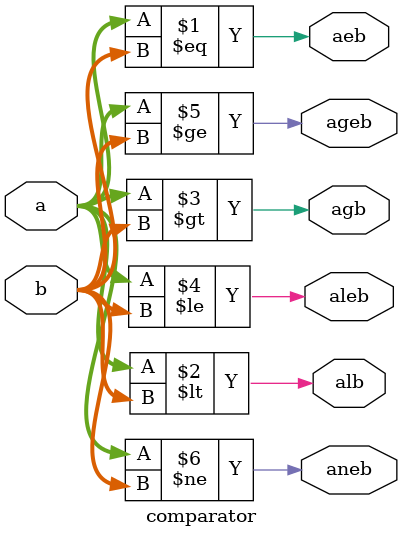
<source format=sv>
module comparator(a,b,aeb,agb,alb,aleb,ageb,aneb);
    input [7:0] a;
    input [7:0] b;

    output aeb;
    output agb;
    output alb;
    output aleb;
    output ageb;
    output aneb;

    assign aeb=(a==b);
    assign alb=(a<b);
    assign agb=(a>b);

    assign aleb=(a<=b);
    assign ageb=(a>=b);
    assign aneb=(a!=b);


endmodule
</source>
